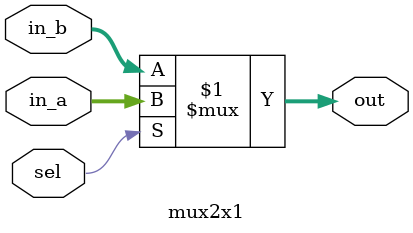
<source format=v>
/***************************************************
 * Module: mux2x1
 * Project: core_lapido
 * Author: Afonso Machado
 * Description: Multiplexador de duas entradas e uma
 * saida, com seletores 0 e 1.
 ***************************************************/

module mux2x1 (
	input [31:0] in_a, //Primeira entrada de dados
	input [31:0] in_b, //Segunda entrada de dados
	input sel,  //Entrada do seletor

	output [31:0] out //Saida do multiplexador
	
);

assign out = sel ? in_a : in_b; //Selecao

endmodule
</source>
